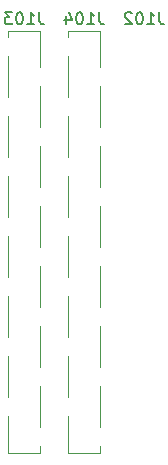
<source format=gbo>
G04 #@! TF.GenerationSoftware,KiCad,Pcbnew,9.0.6*
G04 #@! TF.CreationDate,2026-01-07T20:22:05-06:00*
G04 #@! TF.ProjectId,SSOP-28_5.3x10.2_P0.65,53534f50-2d32-4385-9f35-2e337831302e,rev?*
G04 #@! TF.SameCoordinates,Original*
G04 #@! TF.FileFunction,Legend,Bot*
G04 #@! TF.FilePolarity,Positive*
%FSLAX46Y46*%
G04 Gerber Fmt 4.6, Leading zero omitted, Abs format (unit mm)*
G04 Created by KiCad (PCBNEW 9.0.6) date 2026-01-07 20:22:05*
%MOMM*%
%LPD*%
G01*
G04 APERTURE LIST*
%ADD10C,0.150000*%
%ADD11C,0.120000*%
%ADD12R,1.700000X1.700000*%
%ADD13C,1.700000*%
%ADD14R,2.510000X1.000000*%
G04 APERTURE END LIST*
D10*
X130317714Y-83688819D02*
X130317714Y-84403104D01*
X130317714Y-84403104D02*
X130365333Y-84545961D01*
X130365333Y-84545961D02*
X130460571Y-84641200D01*
X130460571Y-84641200D02*
X130603428Y-84688819D01*
X130603428Y-84688819D02*
X130698666Y-84688819D01*
X129317714Y-84688819D02*
X129889142Y-84688819D01*
X129603428Y-84688819D02*
X129603428Y-83688819D01*
X129603428Y-83688819D02*
X129698666Y-83831676D01*
X129698666Y-83831676D02*
X129793904Y-83926914D01*
X129793904Y-83926914D02*
X129889142Y-83974533D01*
X128698666Y-83688819D02*
X128603428Y-83688819D01*
X128603428Y-83688819D02*
X128508190Y-83736438D01*
X128508190Y-83736438D02*
X128460571Y-83784057D01*
X128460571Y-83784057D02*
X128412952Y-83879295D01*
X128412952Y-83879295D02*
X128365333Y-84069771D01*
X128365333Y-84069771D02*
X128365333Y-84307866D01*
X128365333Y-84307866D02*
X128412952Y-84498342D01*
X128412952Y-84498342D02*
X128460571Y-84593580D01*
X128460571Y-84593580D02*
X128508190Y-84641200D01*
X128508190Y-84641200D02*
X128603428Y-84688819D01*
X128603428Y-84688819D02*
X128698666Y-84688819D01*
X128698666Y-84688819D02*
X128793904Y-84641200D01*
X128793904Y-84641200D02*
X128841523Y-84593580D01*
X128841523Y-84593580D02*
X128889142Y-84498342D01*
X128889142Y-84498342D02*
X128936761Y-84307866D01*
X128936761Y-84307866D02*
X128936761Y-84069771D01*
X128936761Y-84069771D02*
X128889142Y-83879295D01*
X128889142Y-83879295D02*
X128841523Y-83784057D01*
X128841523Y-83784057D02*
X128793904Y-83736438D01*
X128793904Y-83736438D02*
X128698666Y-83688819D01*
X128031999Y-83688819D02*
X127412952Y-83688819D01*
X127412952Y-83688819D02*
X127746285Y-84069771D01*
X127746285Y-84069771D02*
X127603428Y-84069771D01*
X127603428Y-84069771D02*
X127508190Y-84117390D01*
X127508190Y-84117390D02*
X127460571Y-84165009D01*
X127460571Y-84165009D02*
X127412952Y-84260247D01*
X127412952Y-84260247D02*
X127412952Y-84498342D01*
X127412952Y-84498342D02*
X127460571Y-84593580D01*
X127460571Y-84593580D02*
X127508190Y-84641200D01*
X127508190Y-84641200D02*
X127603428Y-84688819D01*
X127603428Y-84688819D02*
X127889142Y-84688819D01*
X127889142Y-84688819D02*
X127984380Y-84641200D01*
X127984380Y-84641200D02*
X128031999Y-84593580D01*
X135397714Y-83688819D02*
X135397714Y-84403104D01*
X135397714Y-84403104D02*
X135445333Y-84545961D01*
X135445333Y-84545961D02*
X135540571Y-84641200D01*
X135540571Y-84641200D02*
X135683428Y-84688819D01*
X135683428Y-84688819D02*
X135778666Y-84688819D01*
X134397714Y-84688819D02*
X134969142Y-84688819D01*
X134683428Y-84688819D02*
X134683428Y-83688819D01*
X134683428Y-83688819D02*
X134778666Y-83831676D01*
X134778666Y-83831676D02*
X134873904Y-83926914D01*
X134873904Y-83926914D02*
X134969142Y-83974533D01*
X133778666Y-83688819D02*
X133683428Y-83688819D01*
X133683428Y-83688819D02*
X133588190Y-83736438D01*
X133588190Y-83736438D02*
X133540571Y-83784057D01*
X133540571Y-83784057D02*
X133492952Y-83879295D01*
X133492952Y-83879295D02*
X133445333Y-84069771D01*
X133445333Y-84069771D02*
X133445333Y-84307866D01*
X133445333Y-84307866D02*
X133492952Y-84498342D01*
X133492952Y-84498342D02*
X133540571Y-84593580D01*
X133540571Y-84593580D02*
X133588190Y-84641200D01*
X133588190Y-84641200D02*
X133683428Y-84688819D01*
X133683428Y-84688819D02*
X133778666Y-84688819D01*
X133778666Y-84688819D02*
X133873904Y-84641200D01*
X133873904Y-84641200D02*
X133921523Y-84593580D01*
X133921523Y-84593580D02*
X133969142Y-84498342D01*
X133969142Y-84498342D02*
X134016761Y-84307866D01*
X134016761Y-84307866D02*
X134016761Y-84069771D01*
X134016761Y-84069771D02*
X133969142Y-83879295D01*
X133969142Y-83879295D02*
X133921523Y-83784057D01*
X133921523Y-83784057D02*
X133873904Y-83736438D01*
X133873904Y-83736438D02*
X133778666Y-83688819D01*
X132588190Y-84022152D02*
X132588190Y-84688819D01*
X132826285Y-83641200D02*
X133064380Y-84355485D01*
X133064380Y-84355485D02*
X132445333Y-84355485D01*
X140477714Y-83688819D02*
X140477714Y-84403104D01*
X140477714Y-84403104D02*
X140525333Y-84545961D01*
X140525333Y-84545961D02*
X140620571Y-84641200D01*
X140620571Y-84641200D02*
X140763428Y-84688819D01*
X140763428Y-84688819D02*
X140858666Y-84688819D01*
X139477714Y-84688819D02*
X140049142Y-84688819D01*
X139763428Y-84688819D02*
X139763428Y-83688819D01*
X139763428Y-83688819D02*
X139858666Y-83831676D01*
X139858666Y-83831676D02*
X139953904Y-83926914D01*
X139953904Y-83926914D02*
X140049142Y-83974533D01*
X138858666Y-83688819D02*
X138763428Y-83688819D01*
X138763428Y-83688819D02*
X138668190Y-83736438D01*
X138668190Y-83736438D02*
X138620571Y-83784057D01*
X138620571Y-83784057D02*
X138572952Y-83879295D01*
X138572952Y-83879295D02*
X138525333Y-84069771D01*
X138525333Y-84069771D02*
X138525333Y-84307866D01*
X138525333Y-84307866D02*
X138572952Y-84498342D01*
X138572952Y-84498342D02*
X138620571Y-84593580D01*
X138620571Y-84593580D02*
X138668190Y-84641200D01*
X138668190Y-84641200D02*
X138763428Y-84688819D01*
X138763428Y-84688819D02*
X138858666Y-84688819D01*
X138858666Y-84688819D02*
X138953904Y-84641200D01*
X138953904Y-84641200D02*
X139001523Y-84593580D01*
X139001523Y-84593580D02*
X139049142Y-84498342D01*
X139049142Y-84498342D02*
X139096761Y-84307866D01*
X139096761Y-84307866D02*
X139096761Y-84069771D01*
X139096761Y-84069771D02*
X139049142Y-83879295D01*
X139049142Y-83879295D02*
X139001523Y-83784057D01*
X139001523Y-83784057D02*
X138953904Y-83736438D01*
X138953904Y-83736438D02*
X138858666Y-83688819D01*
X138144380Y-83784057D02*
X138096761Y-83736438D01*
X138096761Y-83736438D02*
X138001523Y-83688819D01*
X138001523Y-83688819D02*
X137763428Y-83688819D01*
X137763428Y-83688819D02*
X137668190Y-83736438D01*
X137668190Y-83736438D02*
X137620571Y-83784057D01*
X137620571Y-83784057D02*
X137572952Y-83879295D01*
X137572952Y-83879295D02*
X137572952Y-83974533D01*
X137572952Y-83974533D02*
X137620571Y-84117390D01*
X137620571Y-84117390D02*
X138191999Y-84688819D01*
X138191999Y-84688819D02*
X137572952Y-84688819D01*
D11*
X127652000Y-85234000D02*
X127652000Y-85804000D01*
X127652000Y-87424000D02*
X127652000Y-90884000D01*
X127652000Y-92504000D02*
X127652000Y-95964000D01*
X127652000Y-97584000D02*
X127652000Y-101044000D01*
X127652000Y-102664000D02*
X127652000Y-106124000D01*
X127652000Y-107744000D02*
X127652000Y-111204000D01*
X127652000Y-112824000D02*
X127652000Y-116284000D01*
X127652000Y-117904000D02*
X127652000Y-121014000D01*
X130412000Y-85234000D02*
X127652000Y-85234000D01*
X130412000Y-85234000D02*
X130412000Y-88344000D01*
X130412000Y-85804000D02*
X130412000Y-88344000D01*
X130412000Y-89964000D02*
X130412000Y-93424000D01*
X130412000Y-95044000D02*
X130412000Y-98504000D01*
X130412000Y-100124000D02*
X130412000Y-103584000D01*
X130412000Y-105204000D02*
X130412000Y-108664000D01*
X130412000Y-110284000D02*
X130412000Y-113744000D01*
X130412000Y-115364000D02*
X130412000Y-118824000D01*
X130412000Y-120444000D02*
X130412000Y-121014000D01*
X130412000Y-121014000D02*
X127652000Y-121014000D01*
X132732000Y-85234000D02*
X132732000Y-85804000D01*
X132732000Y-87424000D02*
X132732000Y-90884000D01*
X132732000Y-92504000D02*
X132732000Y-95964000D01*
X132732000Y-97584000D02*
X132732000Y-101044000D01*
X132732000Y-102664000D02*
X132732000Y-106124000D01*
X132732000Y-107744000D02*
X132732000Y-111204000D01*
X132732000Y-112824000D02*
X132732000Y-116284000D01*
X132732000Y-117904000D02*
X132732000Y-121014000D01*
X135492000Y-85234000D02*
X132732000Y-85234000D01*
X135492000Y-85234000D02*
X135492000Y-88344000D01*
X135492000Y-85804000D02*
X135492000Y-88344000D01*
X135492000Y-89964000D02*
X135492000Y-93424000D01*
X135492000Y-95044000D02*
X135492000Y-98504000D01*
X135492000Y-100124000D02*
X135492000Y-103584000D01*
X135492000Y-105204000D02*
X135492000Y-108664000D01*
X135492000Y-110284000D02*
X135492000Y-113744000D01*
X135492000Y-115364000D02*
X135492000Y-118824000D01*
X135492000Y-120444000D02*
X135492000Y-121014000D01*
X135492000Y-121014000D02*
X132732000Y-121014000D01*
%LPC*%
D12*
X123952000Y-86614000D03*
D13*
X123952000Y-89154000D03*
X123952000Y-91694000D03*
X123952000Y-94234000D03*
X123952000Y-96774000D03*
X123952000Y-99314000D03*
X123952000Y-101854000D03*
X123952000Y-104394000D03*
X123952000Y-106934000D03*
X123952000Y-109474000D03*
X123952000Y-112014000D03*
X123952000Y-114554000D03*
X123952000Y-117094000D03*
X123952000Y-119634000D03*
D14*
X127377000Y-86614000D03*
X130687000Y-89154000D03*
X127377000Y-91694000D03*
X130687000Y-94234000D03*
X127377000Y-96774000D03*
X130687000Y-99314000D03*
X127377000Y-101854000D03*
X130687000Y-104394000D03*
X127377000Y-106934000D03*
X130687000Y-109474000D03*
X127377000Y-112014000D03*
X130687000Y-114554000D03*
X127377000Y-117094000D03*
X130687000Y-119634000D03*
X132457000Y-86614000D03*
X135767000Y-89154000D03*
X132457000Y-91694000D03*
X135767000Y-94234000D03*
X132457000Y-96774000D03*
X135767000Y-99314000D03*
X132457000Y-101854000D03*
X135767000Y-104394000D03*
X132457000Y-106934000D03*
X135767000Y-109474000D03*
X132457000Y-112014000D03*
X135767000Y-114554000D03*
X132457000Y-117094000D03*
X135767000Y-119634000D03*
D13*
X139192000Y-86614000D03*
X139192000Y-89154000D03*
X139192000Y-91694000D03*
X139192000Y-94234000D03*
X139192000Y-96774000D03*
X139192000Y-99314000D03*
X139192000Y-101854000D03*
X139192000Y-104394000D03*
X139192000Y-106934000D03*
X139192000Y-109474000D03*
X139192000Y-112014000D03*
X139192000Y-114554000D03*
X139192000Y-117094000D03*
X139192000Y-119634000D03*
%LPD*%
M02*

</source>
